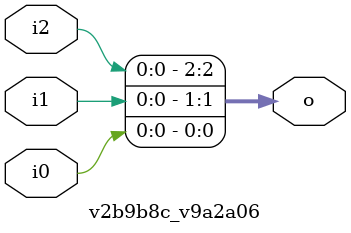
<source format=v>


`default_nettype none

//---- Top entity
module main #(
 parameter v98ea37 = 480000,
 parameter v4b43d0 = 2,
 parameter v315560 = 15,
 parameter v0f02ae = -1
) (
 input vclk,
 output [2:0] v47d93c
);
 localparam p1 = v98ea37;
 localparam p5 = v0f02ae;
 localparam p8 = v315560;
 localparam p17 = v4b43d0;
 wire w0;
 wire [0:2] w2;
 wire [0:7] w3;
 wire [0:7] w4;
 wire [0:7] w6;
 wire w7;
 wire [0:7] w9;
 wire [0:7] w10;
 wire [0:7] w11;
 wire w12;
 wire w13;
 wire w14;
 wire w15;
 wire w16;
 wire w18;
 wire w19;
 wire w20;
 wire w21;
 wire [0:7] w22;
 wire [0:2] w23;
 wire [0:2] w24;
 wire w25;
 wire w26;
 wire w27;
 wire w28;
 wire w29;
 wire w30;
 wire w31;
 wire [0:7] w32;
 wire w33;
 wire w34;
 wire [0:7] w35;
 wire [0:7] w36;
 wire w37;
 wire w38;
 wire w39;
 wire w40;
 wire w41;
 wire w42;
 wire [0:7] w43;
 wire [0:7] w44;
 wire [0:7] w45;
 wire [0:7] w46;
 assign v47d93c = w24;
 assign w25 = vclk;
 assign w26 = vclk;
 assign w27 = vclk;
 assign w28 = vclk;
 assign w29 = vclk;
 assign w30 = vclk;
 assign w31 = vclk;
 assign w21 = w20;
 assign w26 = w25;
 assign w27 = w25;
 assign w27 = w26;
 assign w28 = w25;
 assign w28 = w26;
 assign w28 = w27;
 assign w29 = w25;
 assign w29 = w26;
 assign w29 = w27;
 assign w29 = w28;
 assign w30 = w25;
 assign w30 = w26;
 assign w30 = w27;
 assign w30 = w28;
 assign w30 = w29;
 assign w31 = w25;
 assign w31 = w26;
 assign w31 = w27;
 assign w31 = w28;
 assign w31 = w29;
 assign w31 = w30;
 assign w34 = w33;
 assign w35 = w3;
 assign w36 = w3;
 assign w36 = w35;
 assign w37 = w15;
 assign w39 = w38;
 assign w40 = w38;
 assign w40 = w39;
 assign w41 = w38;
 assign w41 = w39;
 assign w41 = w40;
 assign w44 = w4;
 assign w45 = w4;
 assign w45 = w44;
 v75c864 v645c43 (
  .v5a2634(w0),
  .v1336f1(w2),
  .va8064a(w22)
 );
 vfebcfe vd146ce (
  .v9fb85f(w0)
 );
 vbce541 #(
  .va04f5d(p1)
 ) v47bd3e (
  .v4642b6(w14),
  .v6dda25(w25)
 );
 v857d2e v449769 (
  .v19a59f(w3),
  .v6dda25(w26),
  .vccca56(w34),
  .vec26ff(w46)
 );
 v9c1f69 v71f96f (
  .v1045ee(w2),
  .vcc8c7c(w35)
 );
 vcb23aa ve224a5 (
  .veb2f59(w3),
  .v39966a(w45),
  .v62bf25(w46)
 );
 v89d234 v55be45 (
  .vb1c024(w4),
  .v39f831(w6),
  .vf892a0(w7),
  .v41eb95(w27)
 );
 vcb23aa vec74fb (
  .veb2f59(w4),
  .v39966a(w32),
  .v62bf25(w43)
 );
 vffc517 #(
  .vc5c8ea(p5)
 ) v30a629 (
  .va0aeac(w10)
 );
 v1bbb5b v64a91b (
  .v9d2a6a(w6),
  .v2a1cbe(w9),
  .v2d3366(w40),
  .v9d7ae8(w43)
 );
 v873425 v8ee855 (
  .vcbab45(w7),
  .v0e28cb(w33),
  .v3ca442(w41)
 );
 vffc517 #(
  .vc5c8ea(p8)
 ) v76838a (
  .va0aeac(w9)
 );
 v89d234 v7825c7 (
  .v39f831(w10),
  .v41eb95(w28),
  .vb1c024(w32),
  .vf892a0(w38)
 );
 v78be07 va08ca8 (
  .v2ce16c(w13),
  .vcc8c7c(w44)
 );
 vb2762a vecb412 (
  .v715730(w11),
  .v4642b6(w12),
  .vf191e6(w36)
 );
 vba518e vc58236 (
  .v0e28cb(w12),
  .v3ca442(w13),
  .vcbab45(w42)
 );
 vba518e v50132d (
  .v0e28cb(w14),
  .vcbab45(w33),
  .v3ca442(w37)
 );
 v4c1570 vf52c7c (
  .v4642b6(w15),
  .v6dda25(w29),
  .v27dec4(w39),
  .v92a149(w42)
 );
 v3676a0 v91794b (
  .v0e28cb(w15),
  .vcbab45(w16)
 );
 vba518e v496601 (
  .v0e28cb(w16),
  .v3ca442(w21),
  .vcbab45(w38)
 );
 vda0861 vf481a4 (
  .vffb58f(w11)
 );
 v876875 v59e5e1 (
  .v4642b6(w19),
  .vd6bebe(w30)
 );
 v56885a #(
  .v187a47(p17)
 ) v9413db (
  .v6e1dd1(w18),
  .va9e2af(w20),
  .v5688a8(w31)
 );
 v873425 vd0afc2 (
  .vcbab45(w18),
  .v0e28cb(w19),
  .v3ca442(w20)
 );
 vd63ed7 v02d4e1 (
  .vcc8c7c(w22),
  .v1045ee(w23)
 );
 v1b8919 v5c5c34 (
  .v23a690(w23),
  .v9c69dc(w24)
 );
endmodule

//---- Top entity
module v75c864 (
 input v5a2634,
 input [2:0] v1336f1,
 output [7:0] va8064a
);
 wire w0;
 wire [0:7] w1;
 wire [0:2] w2;
 assign w0 = v5a2634;
 assign va8064a = w1;
 assign w2 = v1336f1;
 v75c864_v45bd49 v45bd49 (
  .i(w0),
  .o(w1),
  .sel(w2)
 );
endmodule

//---------------------------------------------------
//-- Demux-3-8
//-- - - - - - - - - - - - - - - - - - - - - - - - --
//-- Demultiplexor de 1 bit, de 3 a 8 (salida de bus)
//---------------------------------------------------

module v75c864_v45bd49 (
 input i,
 input [2:0] sel,
 output [7:0] o
);
 assign o = i << sel;
 
endmodule
//---- Top entity
module vfebcfe (
 output v9fb85f
);
 wire w0;
 assign v9fb85f = w0;
 vfebcfe_vb2eccd vb2eccd (
  .q(w0)
 );
endmodule

//---------------------------------------------------
//-- bit-1
//-- - - - - - - - - - - - - - - - - - - - - - - - --
//-- Constant bit 1
//---------------------------------------------------

module vfebcfe_vb2eccd (
 output q
);
 //-- Constant bit-1
 assign q = 1'b1;
 
 
endmodule
//---- Top entity
module vbce541 #(
 parameter va04f5d = 16777216
) (
 input v6dda25,
 output v4642b6
);
 localparam p1 = va04f5d;
 wire w0;
 wire [0:23] w2;
 wire [0:23] w3;
 wire w4;
 wire w5;
 assign v4642b6 = w0;
 assign w5 = v6dda25;
 assign w4 = w0;
 vef98b5 #(
  .vc5c8ea(p1)
 ) v4016e8 (
  .ve70c2d(w3)
 );
 vd84ae0 v45b714 (
  .v4642b6(w0),
  .va89056(w2),
  .v06bdfb(w3)
 );
 v97d607 v2299cf (
  .v9e1c43(w2),
  .ve556f1(w4),
  .v6dda25(w5)
 );
endmodule

//---------------------------------------------------
//-- sysclk_divN_24
//-- - - - - - - - - - - - - - - - - - - - - - - - --
//-- sysclk_divN_24bits: Generate a signal from the division of the system clock by N. (24-bits precision) (N = 2,3,4,..,0x1000000))
//---------------------------------------------------
//---- Top entity
module vef98b5 #(
 parameter vc5c8ea = 1
) (
 output [23:0] ve70c2d
);
 localparam p0 = vc5c8ea;
 wire [0:23] w1;
 assign ve70c2d = w1;
 vef98b5_v465065 #(
  .VALUE(p0)
 ) v465065 (
  .k(w1)
 );
endmodule

//---------------------------------------------------
//-- 24-bits-k-1
//-- - - - - - - - - - - - - - - - - - - - - - - - --
//-- Generic: 24-bits k-1 constant (Input values: 1,2,...,h1000000). It returns the value input by the user minus 1. Outputs: 0,1,2,...,FFFFFF
//---------------------------------------------------

module vef98b5_v465065 #(
 parameter VALUE = 0
) (
 output [23:0] k
);
 assign k = VALUE-1;
endmodule
//---- Top entity
module vd84ae0 (
 input [23:0] v06bdfb,
 input [23:0] va89056,
 output v4642b6
);
 wire w0;
 wire w1;
 wire w2;
 wire w3;
 wire [0:23] w4;
 wire [0:23] w5;
 wire [0:7] w6;
 wire [0:7] w7;
 wire [0:7] w8;
 wire [0:7] w9;
 wire [0:7] w10;
 wire [0:7] w11;
 assign v4642b6 = w0;
 assign w4 = v06bdfb;
 assign w5 = va89056;
 vb2762a vb6832a (
  .v4642b6(w1),
  .v715730(w8),
  .vf191e6(w11)
 );
 vb2762a v302658 (
  .v4642b6(w2),
  .v715730(w7),
  .vf191e6(w10)
 );
 vae245c v9196c7 (
  .vcbab45(w0),
  .v3ca442(w1),
  .v0e28cb(w2),
  .v033bf6(w3)
 );
 v6fef69 vb1e577 (
  .v9804b7(w5),
  .vd83cb2(w9),
  .v243fb2(w10),
  .va2a3a1(w11)
 );
 v6fef69 v62b64f (
  .v9804b7(w4),
  .vd83cb2(w6),
  .v243fb2(w7),
  .va2a3a1(w8)
 );
 vb2762a v9a65c6 (
  .v4642b6(w3),
  .v715730(w6),
  .vf191e6(w9)
 );
endmodule

//---------------------------------------------------
//-- comp2-24bits
//-- - - - - - - - - - - - - - - - - - - - - - - - --
//-- Comp2-24bit: Comparator of two 24-bit numbers
//---------------------------------------------------
//---- Top entity
module vb2762a (
 input [7:0] v715730,
 input [7:0] vf191e6,
 output v4642b6
);
 wire w0;
 wire w1;
 wire w2;
 wire [0:7] w3;
 wire [0:7] w4;
 wire [0:3] w5;
 wire [0:3] w6;
 wire [0:3] w7;
 wire [0:3] w8;
 assign v4642b6 = w0;
 assign w3 = v715730;
 assign w4 = vf191e6;
 v438230 v577a36 (
  .v4642b6(w2),
  .v693354(w6),
  .v5369cd(w8)
 );
 vba518e v707c6e (
  .vcbab45(w0),
  .v0e28cb(w1),
  .v3ca442(w2)
 );
 v6bdcd9 v921a9f (
  .vcc8c7c(w4),
  .v651522(w7),
  .v2cc41f(w8)
 );
 v6bdcd9 v8cfa4d (
  .vcc8c7c(w3),
  .v651522(w5),
  .v2cc41f(w6)
 );
 v438230 vfc1765 (
  .v4642b6(w1),
  .v693354(w5),
  .v5369cd(w7)
 );
endmodule

//---------------------------------------------------
//-- comp2-8bits
//-- - - - - - - - - - - - - - - - - - - - - - - - --
//-- Comp2-8bit: Comparator of two 8-bit numbers
//---------------------------------------------------
//---- Top entity
module v438230 (
 input [3:0] v693354,
 input [3:0] v5369cd,
 output v4642b6
);
 wire w0;
 wire [0:3] w1;
 wire [0:3] w2;
 wire w3;
 wire w4;
 wire w5;
 wire w6;
 wire w7;
 wire w8;
 wire w9;
 wire w10;
 wire w11;
 wire w12;
 wire w13;
 wire w14;
 assign v4642b6 = w0;
 assign w1 = v693354;
 assign w2 = v5369cd;
 v23b15b v09a5a5 (
  .v4642b6(w3),
  .v27dec4(w12),
  .v6848e9(w14)
 );
 v23b15b vc1b29d (
  .v4642b6(w4),
  .v27dec4(w11),
  .v6848e9(w13)
 );
 v23b15b vcd27ce (
  .v4642b6(w5),
  .v27dec4(w9),
  .v6848e9(w10)
 );
 vc4f23a vea9c80 (
  .v985fcb(w1),
  .v4f1fd3(w7),
  .vda577d(w9),
  .v3f8943(w11),
  .v64d863(w12)
 );
 vc4f23a va7dcdc (
  .v985fcb(w2),
  .v4f1fd3(w8),
  .vda577d(w10),
  .v3f8943(w13),
  .v64d863(w14)
 );
 v23b15b va0849c (
  .v4642b6(w6),
  .v27dec4(w7),
  .v6848e9(w8)
 );
 veffd42 v6e3e65 (
  .vcbab45(w0),
  .v3ca442(w3),
  .v0e28cb(w4),
  .v033bf6(w5),
  .v9eb652(w6)
 );
endmodule

//---------------------------------------------------
//-- comp2-4bits
//-- - - - - - - - - - - - - - - - - - - - - - - - --
//-- Comp2-4bit: Comparator of two 4-bit numbers
//---------------------------------------------------
//---- Top entity
module v23b15b (
 input v27dec4,
 input v6848e9,
 output v4642b6
);
 wire w0;
 wire w1;
 wire w2;
 wire w3;
 assign w1 = v27dec4;
 assign v4642b6 = w2;
 assign w3 = v6848e9;
 vd12401 v955b2b (
  .vcbab45(w0),
  .v0e28cb(w1),
  .v3ca442(w3)
 );
 v3676a0 vf92936 (
  .v0e28cb(w0),
  .vcbab45(w2)
 );
endmodule

//---------------------------------------------------
//-- comp2-1bit
//-- - - - - - - - - - - - - - - - - - - - - - - - --
//-- Comp2-1bit: Comparator of two 1-bit numbers
//---------------------------------------------------
//---- Top entity
module vd12401 (
 input v0e28cb,
 input v3ca442,
 output vcbab45
);
 wire w0;
 wire w1;
 wire w2;
 assign w0 = v0e28cb;
 assign w1 = v3ca442;
 assign vcbab45 = w2;
 vd12401_vf4938a vf4938a (
  .a(w0),
  .b(w1),
  .c(w2)
 );
endmodule

//---------------------------------------------------
//-- XOR2
//-- - - - - - - - - - - - - - - - - - - - - - - - --
//-- XOR gate: two bits input xor gate
//---------------------------------------------------

module vd12401_vf4938a (
 input a,
 input b,
 output c
);
 //-- XOR gate
 //-- Verilog implementation
 
 assign c = a ^ b;
 
endmodule
//---- Top entity
module v3676a0 (
 input v0e28cb,
 output vcbab45
);
 wire w0;
 wire w1;
 assign w0 = v0e28cb;
 assign vcbab45 = w1;
 v3676a0_vd54ca1 vd54ca1 (
  .a(w0),
  .q(w1)
 );
endmodule

//---------------------------------------------------
//-- NOT
//-- - - - - - - - - - - - - - - - - - - - - - - - --
//-- NOT gate (Verilog implementation)
//---------------------------------------------------

module v3676a0_vd54ca1 (
 input a,
 output q
);
 //-- NOT Gate
 assign q = ~a;
 
 
endmodule
//---- Top entity
module vc4f23a (
 input [3:0] v985fcb,
 output v4f1fd3,
 output vda577d,
 output v3f8943,
 output v64d863
);
 wire w0;
 wire w1;
 wire w2;
 wire w3;
 wire [0:3] w4;
 assign v3f8943 = w0;
 assign v64d863 = w1;
 assign vda577d = w2;
 assign v4f1fd3 = w3;
 assign w4 = v985fcb;
 vc4f23a_v9a2a06 v9a2a06 (
  .o1(w0),
  .o0(w1),
  .o2(w2),
  .o3(w3),
  .i(w4)
 );
endmodule

//---------------------------------------------------
//-- Bus4-Split-all
//-- - - - - - - - - - - - - - - - - - - - - - - - --
//-- Bus4-Split-all: Split the 4-bits bus into its wires
//---------------------------------------------------

module vc4f23a_v9a2a06 (
 input [3:0] i,
 output o3,
 output o2,
 output o1,
 output o0
);
 assign o3 = i[3];
 assign o2 = i[2];
 assign o1 = i[1];
 assign o0 = i[0];
endmodule
//---- Top entity
module veffd42 (
 input v9eb652,
 input v033bf6,
 input v0e28cb,
 input v3ca442,
 output vcbab45
);
 wire w0;
 wire w1;
 wire w2;
 wire w3;
 wire w4;
 wire w5;
 wire w6;
 assign w0 = v3ca442;
 assign w1 = v9eb652;
 assign w2 = v033bf6;
 assign w3 = v0e28cb;
 assign vcbab45 = w4;
 vba518e vf3ef0f (
  .v3ca442(w0),
  .v0e28cb(w3),
  .vcbab45(w6)
 );
 vba518e vdcc53d (
  .v0e28cb(w1),
  .v3ca442(w2),
  .vcbab45(w5)
 );
 vba518e v17ac22 (
  .vcbab45(w4),
  .v0e28cb(w5),
  .v3ca442(w6)
 );
endmodule

//---------------------------------------------------
//-- AND4
//-- - - - - - - - - - - - - - - - - - - - - - - - --
//-- Three bits input And gate
//---------------------------------------------------
//---- Top entity
module vba518e (
 input v0e28cb,
 input v3ca442,
 output vcbab45
);
 wire w0;
 wire w1;
 wire w2;
 assign w0 = v0e28cb;
 assign w1 = v3ca442;
 assign vcbab45 = w2;
 vba518e_vf4938a vf4938a (
  .a(w0),
  .b(w1),
  .c(w2)
 );
endmodule

//---------------------------------------------------
//-- AND2
//-- - - - - - - - - - - - - - - - - - - - - - - - --
//-- Two bits input And gate
//---------------------------------------------------

module vba518e_vf4938a (
 input a,
 input b,
 output c
);
 //-- AND gate
 //-- Verilog implementation
 
 assign c = a & b;
 
endmodule
//---- Top entity
module v6bdcd9 (
 input [7:0] vcc8c7c,
 output [3:0] v651522,
 output [3:0] v2cc41f
);
 wire [0:3] w0;
 wire [0:3] w1;
 wire [0:7] w2;
 assign v651522 = w0;
 assign v2cc41f = w1;
 assign w2 = vcc8c7c;
 v6bdcd9_v9a2a06 v9a2a06 (
  .o1(w0),
  .o0(w1),
  .i(w2)
 );
endmodule

//---------------------------------------------------
//-- Bus8-Split-half
//-- - - - - - - - - - - - - - - - - - - - - - - - --
//-- Bus8-Split-half: Split the 8-bits bus into two buses of the same size
//---------------------------------------------------

module v6bdcd9_v9a2a06 (
 input [7:0] i,
 output [3:0] o1,
 output [3:0] o0
);
 assign o1 = i[7:4];
 assign o0 = i[3:0];
endmodule
//---- Top entity
module vae245c (
 input v033bf6,
 input v0e28cb,
 input v3ca442,
 output vcbab45
);
 wire w0;
 wire w1;
 wire w2;
 wire w3;
 wire w4;
 assign w0 = v033bf6;
 assign w1 = v0e28cb;
 assign w2 = v3ca442;
 assign vcbab45 = w4;
 vba518e v19b5b0 (
  .v0e28cb(w0),
  .v3ca442(w1),
  .vcbab45(w3)
 );
 vba518e vf3ef0f (
  .v3ca442(w2),
  .v0e28cb(w3),
  .vcbab45(w4)
 );
endmodule

//---------------------------------------------------
//-- AND3
//-- - - - - - - - - - - - - - - - - - - - - - - - --
//-- Three bits input And gate
//---------------------------------------------------
//---- Top entity
module v6fef69 (
 input [23:0] v9804b7,
 output [7:0] vd83cb2,
 output [7:0] v243fb2,
 output [7:0] va2a3a1
);
 wire [0:7] w0;
 wire [0:7] w1;
 wire [0:7] w2;
 wire [0:23] w3;
 assign v243fb2 = w0;
 assign vd83cb2 = w1;
 assign va2a3a1 = w2;
 assign w3 = v9804b7;
 v6fef69_v9a2a06 v9a2a06 (
  .o1(w0),
  .o2(w1),
  .o0(w2),
  .i(w3)
 );
endmodule

//---------------------------------------------------
//-- Bus24-Split-one-third
//-- - - - - - - - - - - - - - - - - - - - - - - - --
//-- Bus24-Split-one-third: Split the 24-bits bus into three buses of  the same size
//---------------------------------------------------

module v6fef69_v9a2a06 (
 input [23:0] i,
 output [7:0] o2,
 output [7:0] o1,
 output [7:0] o0
);
 assign o2 = i[23:16];
 assign o1 = i[15:8];
 assign o0 = i[7:0];
endmodule
//---- Top entity
module v97d607 (
 input v6dda25,
 input ve556f1,
 output [23:0] v9e1c43,
 output ve37344
);
 wire w0;
 wire [0:23] w1;
 wire [0:23] w2;
 wire w3;
 wire [0:23] w4;
 wire w5;
 assign w0 = ve556f1;
 assign w3 = v6dda25;
 assign v9e1c43 = w4;
 assign ve37344 = w5;
 assign w4 = w1;
 v5495b5 v5e4c9c (
  .v782748(w0),
  .vb02eea(w1),
  .v15c6e6(w2),
  .v6dda25(w3)
 );
 v9c4559 v62e821 (
  .v005b83(w1),
  .v53d485(w2),
  .v4642b6(w5)
 );
endmodule

//---------------------------------------------------
//-- syscounter-rst-24bits
//-- - - - - - - - - - - - - - - - - - - - - - - - --
//-- 24-bits Syscounter with reset
//---------------------------------------------------
//---- Top entity
module v5495b5 (
 input v6dda25,
 input v782748,
 input [23:0] v15c6e6,
 output [23:0] vb02eea
);
 wire [0:23] w0;
 wire [0:23] w1;
 wire [0:7] w2;
 wire [0:7] w3;
 wire [0:7] w4;
 wire [0:7] w5;
 wire [0:7] w6;
 wire [0:7] w7;
 wire w8;
 wire w9;
 wire w10;
 wire w11;
 wire w12;
 wire w13;
 assign vb02eea = w0;
 assign w1 = v15c6e6;
 assign w8 = v6dda25;
 assign w9 = v6dda25;
 assign w10 = v6dda25;
 assign w11 = v782748;
 assign w12 = v782748;
 assign w13 = v782748;
 assign w9 = w8;
 assign w10 = w8;
 assign w10 = w9;
 assign w12 = w11;
 assign w13 = w11;
 assign w13 = w12;
 v6fef69 vad6f1d (
  .v9804b7(w1),
  .va2a3a1(w5),
  .v243fb2(w6),
  .vd83cb2(w7)
 );
 v33e50d vba7365 (
  .v6d326e(w0),
  .v77c6e9(w2),
  .vf7d213(w3),
  .vba04ee(w4)
 );
 vcf4344 v13ddeb (
  .vc1f0d2(w2),
  .vd85d4e(w5),
  .v6dda25(w10),
  .v782748(w13)
 );
 vcf4344 v08e1bd (
  .vc1f0d2(w3),
  .vd85d4e(w6),
  .v6dda25(w9),
  .v782748(w12)
 );
 vcf4344 v5c3b0f (
  .vc1f0d2(w4),
  .vd85d4e(w7),
  .v6dda25(w8),
  .v782748(w11)
 );
endmodule

//---------------------------------------------------
//-- DFF-rst-x24
//-- - - - - - - - - - - - - - - - - - - - - - - - --
//-- DFF-rst-x24: 24 D flip-flops in paralell with reset
//---------------------------------------------------
//---- Top entity
module v33e50d (
 input [7:0] vba04ee,
 input [7:0] vf7d213,
 input [7:0] v77c6e9,
 output [23:0] v6d326e
);
 wire [0:23] w0;
 wire [0:7] w1;
 wire [0:7] w2;
 wire [0:7] w3;
 assign v6d326e = w0;
 assign w1 = vf7d213;
 assign w2 = v77c6e9;
 assign w3 = vba04ee;
 v33e50d_v9a2a06 v9a2a06 (
  .o(w0),
  .i1(w1),
  .i0(w2),
  .i2(w3)
 );
endmodule

//---------------------------------------------------
//-- Bus24-Join-one-third
//-- - - - - - - - - - - - - - - - - - - - - - - - --
//-- Bus24-Join-one-third: Join the three buses into an 24-bits Bus
//---------------------------------------------------

module v33e50d_v9a2a06 (
 input [7:0] i2,
 input [7:0] i1,
 input [7:0] i0,
 output [23:0] o
);
 assign o = {i2, i1, i0};
 
endmodule
//---- Top entity
module vcf4344 (
 input v6dda25,
 input v782748,
 input [7:0] vd85d4e,
 output [7:0] vc1f0d2
);
 wire [0:3] w0;
 wire [0:3] w1;
 wire [0:7] w2;
 wire [0:7] w3;
 wire [0:3] w4;
 wire [0:3] w5;
 wire w6;
 wire w7;
 wire w8;
 wire w9;
 assign w2 = vd85d4e;
 assign vc1f0d2 = w3;
 assign w6 = v6dda25;
 assign w7 = v6dda25;
 assign w8 = v782748;
 assign w9 = v782748;
 assign w7 = w6;
 assign w9 = w8;
 v5c75f6 vbdef88 (
  .v50034e(w0),
  .v4de61b(w1),
  .v6dda25(w7),
  .v782748(w9)
 );
 v6bdcd9 vc95779 (
  .v2cc41f(w1),
  .vcc8c7c(w2),
  .v651522(w4)
 );
 vafb28f v618315 (
  .v3c88fc(w0),
  .va9ac17(w3),
  .v515fe7(w5)
 );
 v5c75f6 v6188f9 (
  .v4de61b(w4),
  .v50034e(w5),
  .v6dda25(w6),
  .v782748(w8)
 );
endmodule

//---------------------------------------------------
//-- DFF-rst-x08
//-- - - - - - - - - - - - - - - - - - - - - - - - --
//-- DFF-rst-x08: Eight D flip-flops in paralell with reset
//---------------------------------------------------
//---- Top entity
module v5c75f6 (
 input v6dda25,
 input v782748,
 input [3:0] v4de61b,
 output [3:0] v50034e
);
 wire w0;
 wire w1;
 wire w2;
 wire w3;
 wire w4;
 wire w5;
 wire [0:3] w6;
 wire [0:3] w7;
 wire w8;
 wire w9;
 wire w10;
 wire w11;
 wire w12;
 wire w13;
 wire w14;
 wire w15;
 wire w16;
 wire w17;
 assign w6 = v4de61b;
 assign v50034e = w7;
 assign w10 = v6dda25;
 assign w11 = v6dda25;
 assign w12 = v6dda25;
 assign w13 = v6dda25;
 assign w14 = v782748;
 assign w15 = v782748;
 assign w16 = v782748;
 assign w17 = v782748;
 assign w11 = w10;
 assign w12 = w10;
 assign w12 = w11;
 assign w13 = w10;
 assign w13 = w11;
 assign w13 = w12;
 assign w15 = w14;
 assign w16 = w14;
 assign w16 = w15;
 assign w17 = w14;
 assign w17 = w15;
 assign w17 = w16;
 vc4f23a v4b1225 (
  .v3f8943(w2),
  .v64d863(w3),
  .vda577d(w4),
  .v985fcb(w6),
  .v4f1fd3(w8)
 );
 v84f0a1 v6491fd (
  .v03aaf0(w0),
  .vee8a83(w1),
  .vf8041d(w5),
  .v11bca5(w7),
  .vd84a57(w9)
 );
 v2be0f8 v10a04f (
  .v4642b6(w0),
  .vf354ee(w3),
  .vd53b77(w13),
  .v27dec4(w17)
 );
 v2be0f8 v7d9648 (
  .v4642b6(w1),
  .vf354ee(w2),
  .vd53b77(w12),
  .v27dec4(w16)
 );
 v2be0f8 v004b14 (
  .vf354ee(w4),
  .v4642b6(w5),
  .vd53b77(w11),
  .v27dec4(w15)
 );
 v2be0f8 v8aa818 (
  .vf354ee(w8),
  .v4642b6(w9),
  .vd53b77(w10),
  .v27dec4(w14)
 );
endmodule

//---------------------------------------------------
//-- DFF-rst-x04
//-- - - - - - - - - - - - - - - - - - - - - - - - --
//-- DFF-rst-x04: Three D flip-flops in paralell with reset
//---------------------------------------------------
//---- Top entity
module v84f0a1 (
 input vd84a57,
 input vf8041d,
 input vee8a83,
 input v03aaf0,
 output [3:0] v11bca5
);
 wire w0;
 wire w1;
 wire w2;
 wire w3;
 wire [0:3] w4;
 assign w0 = vee8a83;
 assign w1 = v03aaf0;
 assign w2 = vf8041d;
 assign w3 = vd84a57;
 assign v11bca5 = w4;
 v84f0a1_v9a2a06 v9a2a06 (
  .i1(w0),
  .i0(w1),
  .i2(w2),
  .i3(w3),
  .o(w4)
 );
endmodule

//---------------------------------------------------
//-- Bus4-Join-all
//-- - - - - - - - - - - - - - - - - - - - - - - - --
//-- Bus4-Join-all: Join all the wires into a 4-bits Bus
//---------------------------------------------------

module v84f0a1_v9a2a06 (
 input i3,
 input i2,
 input i1,
 input i0,
 output [3:0] o
);
 assign o = {i3, i2, i1, i0};
 
endmodule
//---- Top entity
module v2be0f8 #(
 parameter vbd3217 = 0
) (
 input vd53b77,
 input v27dec4,
 input vf354ee,
 output v4642b6
);
 localparam p5 = vbd3217;
 wire w0;
 wire w1;
 wire w2;
 wire w3;
 wire w4;
 wire w6;
 assign w2 = v27dec4;
 assign w3 = vf354ee;
 assign v4642b6 = w4;
 assign w6 = vd53b77;
 v3676a0 v7539bf (
  .vcbab45(w1),
  .v0e28cb(w2)
 );
 vba518e vfe8158 (
  .vcbab45(w0),
  .v0e28cb(w1),
  .v3ca442(w3)
 );
 v053dc2 #(
  .v71e305(p5)
 ) vd104a4 (
  .vf54559(w0),
  .ve8318d(w4),
  .va4102a(w6)
 );
endmodule

//---------------------------------------------------
//-- DFF-rst-x01
//-- - - - - - - - - - - - - - - - - - - - - - - - --
//-- DFF-rst-x01: D Flip flop with reset input. When rst=1, the DFF is 0
//---------------------------------------------------
//---- Top entity
module v053dc2 #(
 parameter v71e305 = 0
) (
 input va4102a,
 input vf54559,
 output ve8318d
);
 localparam p2 = v71e305;
 wire w0;
 wire w1;
 wire w3;
 assign w0 = va4102a;
 assign ve8318d = w1;
 assign w3 = vf54559;
 v053dc2_vb8adf8 #(
  .INI(p2)
 ) vb8adf8 (
  .clk(w0),
  .q(w1),
  .d(w3)
 );
endmodule

//---------------------------------------------------
//-- DFF
//-- - - - - - - - - - - - - - - - - - - - - - - - --
//-- D Flip-flop (verilog implementation)
//---------------------------------------------------

module v053dc2_vb8adf8 #(
 parameter INI = 0
) (
 input clk,
 input d,
 output q
);
 //-- Initial value
 reg q = INI;
 
 //-- Capture the input data  
 //-- on the rising edge of  
 //-- the system clock
 always @(posedge clk)
   q <= d;
endmodule
//---- Top entity
module vafb28f (
 input [3:0] v515fe7,
 input [3:0] v3c88fc,
 output [7:0] va9ac17
);
 wire [0:7] w0;
 wire [0:3] w1;
 wire [0:3] w2;
 assign va9ac17 = w0;
 assign w1 = v515fe7;
 assign w2 = v3c88fc;
 vafb28f_v9a2a06 v9a2a06 (
  .o(w0),
  .i1(w1),
  .i0(w2)
 );
endmodule

//---------------------------------------------------
//-- Bus8-Join-half
//-- - - - - - - - - - - - - - - - - - - - - - - - --
//-- Bus8-Join-half: Join the two same halves into an 8-bits Bus
//---------------------------------------------------

module vafb28f_v9a2a06 (
 input [3:0] i1,
 input [3:0] i0,
 output [7:0] o
);
 assign o = {i1, i0};
 
endmodule
//---- Top entity
module v9c4559 #(
 parameter v6c5139 = 1
) (
 input [23:0] v005b83,
 output v4642b6,
 output [23:0] v53d485
);
 localparam p1 = v6c5139;
 wire w0;
 wire [0:23] w2;
 wire [0:23] w3;
 assign v4642b6 = w0;
 assign w2 = v005b83;
 assign v53d485 = w3;
 v44c099 #(
  .vd73390(p1)
 ) v8c0045 (
  .v4642b6(w0),
  .vd90f46(w2),
  .v8826c0(w3)
 );
endmodule

//---------------------------------------------------
//-- Inc1-24bits
//-- - - - - - - - - - - - - - - - - - - - - - - - --
//-- Inc1-24bit: Increment a 24-bits number by one
//---------------------------------------------------
//---- Top entity
module v44c099 #(
 parameter vd73390 = 0
) (
 input [23:0] vd90f46,
 output v4642b6,
 output [23:0] v8826c0
);
 localparam p1 = vd73390;
 wire w0;
 wire [0:23] w2;
 wire [0:23] w3;
 wire [0:23] w4;
 assign v4642b6 = w0;
 assign v8826c0 = w2;
 assign w3 = vd90f46;
 v4c802f #(
  .vc5c8ea(p1)
 ) ve78914 (
  .v8513f7(w4)
 );
 v91404d v19ed8b (
  .v4642b6(w0),
  .vb5c06c(w2),
  .v7959e8(w3),
  .vb5a2f2(w4)
 );
endmodule

//---------------------------------------------------
//-- AdderK-24bits
//-- - - - - - - - - - - - - - - - - - - - - - - - --
//-- AdderK-24bit: Adder of 24-bit operand and 24-bit constant
//---------------------------------------------------
//---- Top entity
module v4c802f #(
 parameter vc5c8ea = 0
) (
 output [23:0] v8513f7
);
 localparam p0 = vc5c8ea;
 wire [0:23] w1;
 assign v8513f7 = w1;
 v4c802f_v465065 #(
  .VALUE(p0)
 ) v465065 (
  .k(w1)
 );
endmodule

//---------------------------------------------------
//-- 24-bits-gen-constant
//-- - - - - - - - - - - - - - - - - - - - - - - - --
//-- Generic: 24-bits generic constant
//---------------------------------------------------

module v4c802f_v465065 #(
 parameter VALUE = 0
) (
 output [23:0] k
);
 assign k = VALUE;
endmodule
//---- Top entity
module v91404d (
 input [23:0] vb5a2f2,
 input [23:0] v7959e8,
 output v4642b6,
 output [23:0] vb5c06c
);
 wire w0;
 wire [0:7] w1;
 wire [0:7] w2;
 wire w3;
 wire w4;
 wire [0:15] w5;
 wire [0:23] w6;
 wire [0:15] w7;
 wire [0:23] w8;
 wire [0:15] w9;
 wire [0:7] w10;
 wire [0:23] w11;
 wire [0:7] w12;
 wire [0:7] w13;
 wire [0:7] w14;
 wire [0:7] w15;
 wire [0:7] w16;
 wire [0:7] w17;
 assign v4642b6 = w4;
 assign w6 = v7959e8;
 assign w8 = vb5a2f2;
 assign vb5c06c = w11;
 vcb23aa v8e0bba (
  .v4642b6(w0),
  .v62bf25(w2),
  .v39966a(w16),
  .veb2f59(w17)
 );
 vc3c498 v917bbf (
  .vb9cfc3(w0),
  .veeaa8e(w1),
  .v4642b6(w3),
  .v45c6ee(w14),
  .v20212e(w15)
 );
 v8cc49c v03c3e3 (
  .vb334ae(w1),
  .v2b8a97(w2),
  .v14a530(w5)
 );
 vab13f0 v43653c (
  .vb18564(w6),
  .vf0a06e(w7),
  .v5246f6(w17)
 );
 v306ca3 v177126 (
  .v91b9c1(w7),
  .vef5eee(w13),
  .vd3ef3b(w15)
 );
 vab13f0 vf15711 (
  .vb18564(w8),
  .vf0a06e(w9),
  .v5246f6(w16)
 );
 v306ca3 vf9ed57 (
  .v91b9c1(w9),
  .vef5eee(w12),
  .vd3ef3b(w14)
 );
 vc3c498 vf0db78 (
  .vb9cfc3(w3),
  .v4642b6(w4),
  .veeaa8e(w10),
  .v45c6ee(w12),
  .v20212e(w13)
 );
 va52e3b v67022b (
  .vbf8961(w5),
  .vf7d213(w10),
  .v6d326e(w11)
 );
endmodule

//---------------------------------------------------
//-- Adder-24bits
//-- - - - - - - - - - - - - - - - - - - - - - - - --
//-- Adder-24bits: Adder of two operands of 24 bits
//---------------------------------------------------
//---- Top entity
module vcb23aa (
 input [7:0] v39966a,
 input [7:0] veb2f59,
 output v4642b6,
 output [7:0] v62bf25
);
 wire [0:7] w0;
 wire [0:7] w1;
 wire [0:3] w2;
 wire [0:3] w3;
 wire [0:7] w4;
 wire w5;
 wire w6;
 wire [0:3] w7;
 wire [0:3] w8;
 wire [0:3] w9;
 wire [0:3] w10;
 assign w0 = veb2f59;
 assign w1 = v39966a;
 assign v62bf25 = w4;
 assign v4642b6 = w5;
 v6bdcd9 vd88c66 (
  .vcc8c7c(w0),
  .v651522(w9),
  .v2cc41f(w10)
 );
 v6bdcd9 v26a0bb (
  .vcc8c7c(w1),
  .v651522(w7),
  .v2cc41f(w8)
 );
 v25966b v9ea427 (
  .v817794(w3),
  .v4642b6(w6),
  .v0550b6(w8),
  .v24708e(w10)
 );
 vafb28f vc75346 (
  .v515fe7(w2),
  .v3c88fc(w3),
  .va9ac17(w4)
 );
 va1ce30 v40c17f (
  .v817794(w2),
  .v4642b6(w5),
  .vb9cfc3(w6),
  .v0550b6(w7),
  .v24708e(w9)
 );
endmodule

//---------------------------------------------------
//-- Adder-8bits
//-- - - - - - - - - - - - - - - - - - - - - - - - --
//-- Adder-8bits: Adder of two operands of 8 bits
//---------------------------------------------------
//---- Top entity
module v25966b (
 input [3:0] v0550b6,
 input [3:0] v24708e,
 output v4642b6,
 output [3:0] v817794
);
 wire w0;
 wire w1;
 wire w2;
 wire w3;
 wire w4;
 wire [0:3] w5;
 wire [0:3] w6;
 wire [0:3] w7;
 wire w8;
 wire w9;
 wire w10;
 wire w11;
 wire w12;
 wire w13;
 wire w14;
 wire w15;
 wire w16;
 wire w17;
 wire w18;
 assign w5 = v24708e;
 assign w6 = v0550b6;
 assign v817794 = w7;
 assign v4642b6 = w9;
 v1ea21d vdbe125 (
  .v4642b6(w0),
  .v8e8a67(w2),
  .v27dec4(w15),
  .v82de4f(w18)
 );
 vad119b vb8ad86 (
  .v0ef266(w0),
  .v8e8a67(w1),
  .v4642b6(w3),
  .v27dec4(w14),
  .v82de4f(w17)
 );
 vad119b v5d29b2 (
  .v0ef266(w3),
  .v8e8a67(w4),
  .v4642b6(w8),
  .v27dec4(w12),
  .v82de4f(w16)
 );
 vc4f23a vf4a6ff (
  .v985fcb(w5),
  .v4f1fd3(w13),
  .vda577d(w16),
  .v3f8943(w17),
  .v64d863(w18)
 );
 vc4f23a v9d4632 (
  .v985fcb(w6),
  .v4f1fd3(w11),
  .vda577d(w12),
  .v3f8943(w14),
  .v64d863(w15)
 );
 v84f0a1 v140dbf (
  .vee8a83(w1),
  .v03aaf0(w2),
  .vf8041d(w4),
  .v11bca5(w7),
  .vd84a57(w10)
 );
 vad119b v5c5937 (
  .v0ef266(w8),
  .v4642b6(w9),
  .v8e8a67(w10),
  .v27dec4(w11),
  .v82de4f(w13)
 );
endmodule

//---------------------------------------------------
//-- Adder-4bits
//-- - - - - - - - - - - - - - - - - - - - - - - - --
//-- Adder-4bits: Adder of two operands of 4 bits
//---------------------------------------------------
//---- Top entity
module v1ea21d (
 input v27dec4,
 input v82de4f,
 output v4642b6,
 output v8e8a67
);
 wire w0;
 wire w1;
 wire w2;
 wire w3;
 wire w4;
 assign w0 = v82de4f;
 assign w1 = v27dec4;
 assign v4642b6 = w3;
 assign v8e8a67 = w4;
 vad119b vb820a1 (
  .v82de4f(w0),
  .v27dec4(w1),
  .v0ef266(w2),
  .v4642b6(w3),
  .v8e8a67(w4)
 );
 vd30ca9 v23ebb6 (
  .v9fb85f(w2)
 );
endmodule

//---------------------------------------------------
//-- Adder-1bit
//-- - - - - - - - - - - - - - - - - - - - - - - - --
//-- Adder-1bit: Adder of two operands of 1 bit
//---------------------------------------------------
//---- Top entity
module vad119b (
 input v27dec4,
 input v82de4f,
 input v0ef266,
 output v4642b6,
 output v8e8a67
);
 wire w0;
 wire w1;
 wire w2;
 wire w3;
 wire w4;
 wire w5;
 wire w6;
 wire w7;
 wire w8;
 wire w9;
 wire w10;
 wire w11;
 assign v8e8a67 = w1;
 assign v4642b6 = w5;
 assign w6 = v27dec4;
 assign w7 = v27dec4;
 assign w8 = v82de4f;
 assign w9 = v82de4f;
 assign w10 = v0ef266;
 assign w11 = v0ef266;
 assign w2 = w0;
 assign w7 = w6;
 assign w9 = w8;
 assign w11 = w10;
 vd12401 v2e3d9f (
  .vcbab45(w0),
  .v0e28cb(w7),
  .v3ca442(w9)
 );
 vd12401 vb50462 (
  .v0e28cb(w0),
  .vcbab45(w1),
  .v3ca442(w11)
 );
 vba518e v4882f4 (
  .v3ca442(w2),
  .vcbab45(w3),
  .v0e28cb(w10)
 );
 vba518e v8fcf41 (
  .vcbab45(w4),
  .v0e28cb(w6),
  .v3ca442(w8)
 );
 v873425 vc5b8b9 (
  .v3ca442(w3),
  .v0e28cb(w4),
  .vcbab45(w5)
 );
endmodule

//---------------------------------------------------
//-- AdderC-1bit
//-- - - - - - - - - - - - - - - - - - - - - - - - --
//-- AdderC-1bit: Adder of two operands of 1 bit plus the carry in
//---------------------------------------------------
//---- Top entity
module v873425 (
 input v0e28cb,
 input v3ca442,
 output vcbab45
);
 wire w0;
 wire w1;
 wire w2;
 assign w0 = v0e28cb;
 assign w1 = v3ca442;
 assign vcbab45 = w2;
 v873425_vf4938a vf4938a (
  .a(w0),
  .b(w1),
  .c(w2)
 );
endmodule

//---------------------------------------------------
//-- OR2
//-- - - - - - - - - - - - - - - - - - - - - - - - --
//-- OR2: Two bits input OR gate
//---------------------------------------------------

module v873425_vf4938a (
 input a,
 input b,
 output c
);
 //-- OR Gate
 //-- Verilog implementation
 
 assign c = a | b;
 
 
endmodule
//---- Top entity
module vd30ca9 (
 output v9fb85f
);
 wire w0;
 assign v9fb85f = w0;
 vd30ca9_vb2eccd vb2eccd (
  .q(w0)
 );
endmodule

//---------------------------------------------------
//-- bit-0
//-- - - - - - - - - - - - - - - - - - - - - - - - --
//-- Constant bit 0
//---------------------------------------------------

module vd30ca9_vb2eccd (
 output q
);
 //-- Constant bit-0
 assign q = 1'b0;
 
 
endmodule
//---- Top entity
module va1ce30 (
 input [3:0] v0550b6,
 input [3:0] v24708e,
 input vb9cfc3,
 output v4642b6,
 output [3:0] v817794
);
 wire w0;
 wire w1;
 wire w2;
 wire w3;
 wire w4;
 wire [0:3] w5;
 wire [0:3] w6;
 wire [0:3] w7;
 wire w8;
 wire w9;
 wire w10;
 wire w11;
 wire w12;
 wire w13;
 wire w14;
 wire w15;
 wire w16;
 wire w17;
 wire w18;
 wire w19;
 assign w5 = v24708e;
 assign w6 = v0550b6;
 assign v817794 = w7;
 assign v4642b6 = w9;
 assign w11 = vb9cfc3;
 vad119b vb8ad86 (
  .v0ef266(w0),
  .v8e8a67(w1),
  .v4642b6(w3),
  .v27dec4(w15),
  .v82de4f(w18)
 );
 vad119b v5d29b2 (
  .v0ef266(w3),
  .v8e8a67(w4),
  .v4642b6(w8),
  .v27dec4(w13),
  .v82de4f(w17)
 );
 vc4f23a vf4a6ff (
  .v985fcb(w5),
  .v4f1fd3(w14),
  .vda577d(w17),
  .v3f8943(w18),
  .v64d863(w19)
 );
 vc4f23a v9d4632 (
  .v985fcb(w6),
  .v4f1fd3(w12),
  .vda577d(w13),
  .v3f8943(w15),
  .v64d863(w16)
 );
 v84f0a1 v140dbf (
  .vee8a83(w1),
  .v03aaf0(w2),
  .vf8041d(w4),
  .v11bca5(w7),
  .vd84a57(w10)
 );
 vad119b v5c5937 (
  .v0ef266(w8),
  .v4642b6(w9),
  .v8e8a67(w10),
  .v27dec4(w12),
  .v82de4f(w14)
 );
 vad119b v3599be (
  .v4642b6(w0),
  .v8e8a67(w2),
  .v0ef266(w11),
  .v27dec4(w16),
  .v82de4f(w19)
 );
endmodule

//---------------------------------------------------
//-- AdderC-4bits
//-- - - - - - - - - - - - - - - - - - - - - - - - --
//-- AdderC-4bits: Adder of two operands of 4 bits and Carry in
//---------------------------------------------------
//---- Top entity
module vc3c498 (
 input [7:0] v45c6ee,
 input [7:0] v20212e,
 input vb9cfc3,
 output v4642b6,
 output [7:0] veeaa8e
);
 wire w0;
 wire w1;
 wire [0:7] w2;
 wire [0:7] w3;
 wire [0:7] w4;
 wire [0:3] w5;
 wire [0:3] w6;
 wire w7;
 wire [0:3] w8;
 wire [0:3] w9;
 wire [0:3] w10;
 wire [0:3] w11;
 assign w1 = vb9cfc3;
 assign w2 = v45c6ee;
 assign w3 = v20212e;
 assign veeaa8e = w4;
 assign v4642b6 = w7;
 v6bdcd9 v8d795a (
  .vcc8c7c(w3),
  .v651522(w10),
  .v2cc41f(w11)
 );
 v6bdcd9 v23dbc5 (
  .vcc8c7c(w2),
  .v651522(w8),
  .v2cc41f(w9)
 );
 vafb28f vef3a58 (
  .va9ac17(w4),
  .v3c88fc(w5),
  .v515fe7(w6)
 );
 va1ce30 v0ff71a (
  .v4642b6(w0),
  .vb9cfc3(w1),
  .v817794(w5),
  .v0550b6(w9),
  .v24708e(w11)
 );
 va1ce30 v12f94f (
  .vb9cfc3(w0),
  .v817794(w6),
  .v4642b6(w7),
  .v0550b6(w8),
  .v24708e(w10)
 );
endmodule

//---------------------------------------------------
//-- AdderC-8bits
//-- - - - - - - - - - - - - - - - - - - - - - - - --
//-- AdderC-8bits: Adder of two operands of 8 bits and Carry in
//---------------------------------------------------
//---- Top entity
module v8cc49c (
 input [7:0] vb334ae,
 input [7:0] v2b8a97,
 output [15:0] v14a530
);
 wire [0:15] w0;
 wire [0:7] w1;
 wire [0:7] w2;
 assign v14a530 = w0;
 assign w1 = v2b8a97;
 assign w2 = vb334ae;
 v8cc49c_v9a2a06 v9a2a06 (
  .o(w0),
  .i0(w1),
  .i1(w2)
 );
endmodule

//---------------------------------------------------
//-- Bus16-Join-half
//-- - - - - - - - - - - - - - - - - - - - - - - - --
//-- Bus16-Join-half: Join the two same halves into an 16-bits Bus
//---------------------------------------------------

module v8cc49c_v9a2a06 (
 input [7:0] i1,
 input [7:0] i0,
 output [15:0] o
);
 assign o = {i1, i0};
 
endmodule
//---- Top entity
module vab13f0 (
 input [23:0] vb18564,
 output [15:0] vf0a06e,
 output [7:0] v5246f6
);
 wire [0:23] w0;
 wire [0:15] w1;
 wire [0:7] w2;
 assign w0 = vb18564;
 assign vf0a06e = w1;
 assign v5246f6 = w2;
 vab13f0_v9a2a06 v9a2a06 (
  .i(w0),
  .o1(w1),
  .o0(w2)
 );
endmodule

//---------------------------------------------------
//-- Bus24-Split-16-8
//-- - - - - - - - - - - - - - - - - - - - - - - - --
//-- Bus24-Split-16-8: Split the 24-bits bus into two buses of 16 and 8 wires
//---------------------------------------------------

module vab13f0_v9a2a06 (
 input [23:0] i,
 output [15:0] o1,
 output [7:0] o0
);
 assign o1 = i[23:8];
 assign o0 = i[7:0];
endmodule
//---- Top entity
module v306ca3 (
 input [15:0] v91b9c1,
 output [7:0] vef5eee,
 output [7:0] vd3ef3b
);
 wire [0:15] w0;
 wire [0:7] w1;
 wire [0:7] w2;
 assign w0 = v91b9c1;
 assign vef5eee = w1;
 assign vd3ef3b = w2;
 v306ca3_v9a2a06 v9a2a06 (
  .i(w0),
  .o1(w1),
  .o0(w2)
 );
endmodule

//---------------------------------------------------
//-- Bus16-Split-half
//-- - - - - - - - - - - - - - - - - - - - - - - - --
//-- Bus16-Split-half: Split the 16-bits bus into two buses of the same size
//---------------------------------------------------

module v306ca3_v9a2a06 (
 input [15:0] i,
 output [7:0] o1,
 output [7:0] o0
);
 assign o1 = i[15:8];
 assign o0 = i[7:0];
endmodule
//---- Top entity
module va52e3b (
 input [7:0] vf7d213,
 input [15:0] vbf8961,
 output [23:0] v6d326e
);
 wire [0:15] w0;
 wire [0:23] w1;
 wire [0:7] w2;
 assign w0 = vbf8961;
 assign v6d326e = w1;
 assign w2 = vf7d213;
 va52e3b_v9a2a06 v9a2a06 (
  .i0(w0),
  .o(w1),
  .i1(w2)
 );
endmodule

//---------------------------------------------------
//-- Bus24-Join-8-16 CLONE
//-- - - - - - - - - - - - - - - - - - - - - - - - --
//-- Bus24-Join-8-16: Join the two buses into an 24-bits Bus
//---------------------------------------------------

module va52e3b_v9a2a06 (
 input [7:0] i1,
 input [15:0] i0,
 output [23:0] o
);
 assign o = {i1, i0};
 
endmodule
//---- Top entity
module v857d2e (
 input v6dda25,
 input [7:0] vec26ff,
 input vccca56,
 output [7:0] v19a59f
);
 wire [0:7] w0;
 wire [0:7] w1;
 wire [0:3] w2;
 wire [0:3] w3;
 wire [0:3] w4;
 wire [0:3] w5;
 wire w6;
 wire w7;
 wire w8;
 wire w9;
 assign w0 = vec26ff;
 assign v19a59f = w1;
 assign w6 = v6dda25;
 assign w7 = v6dda25;
 assign w8 = vccca56;
 assign w9 = vccca56;
 assign w7 = w6;
 assign w9 = w8;
 v6bdcd9 v8e04d7 (
  .vcc8c7c(w0),
  .v651522(w2),
  .v2cc41f(w4)
 );
 vafb28f vdbcc53 (
  .va9ac17(w1),
  .v515fe7(w3),
  .v3c88fc(w5)
 );
 v370cd6 v732df5 (
  .v2856c0(w2),
  .v7891f9(w3),
  .v6dda25(w6),
  .vccca56(w8)
 );
 v370cd6 v21c6af (
  .v2856c0(w4),
  .v7891f9(w5),
  .v6dda25(w7),
  .vccca56(w9)
 );
endmodule

//---------------------------------------------------
//-- Reg-x08
//-- - - - - - - - - - - - - - - - - - - - - - - - --
//-- Reg-x08: 8-bits register
//---------------------------------------------------
//---- Top entity
module v370cd6 (
 input v6dda25,
 input [3:0] v2856c0,
 input vccca56,
 output [3:0] v7891f9
);
 wire w0;
 wire w1;
 wire w2;
 wire w3;
 wire w4;
 wire w5;
 wire [0:3] w6;
 wire [0:3] w7;
 wire w8;
 wire w9;
 wire w10;
 wire w11;
 wire w12;
 wire w13;
 wire w14;
 wire w15;
 wire w16;
 wire w17;
 assign w6 = v2856c0;
 assign v7891f9 = w7;
 assign w10 = v6dda25;
 assign w11 = v6dda25;
 assign w12 = v6dda25;
 assign w13 = v6dda25;
 assign w14 = vccca56;
 assign w15 = vccca56;
 assign w16 = vccca56;
 assign w17 = vccca56;
 assign w11 = w10;
 assign w12 = w10;
 assign w12 = w11;
 assign w13 = w10;
 assign w13 = w11;
 assign w13 = w12;
 assign w15 = w14;
 assign w16 = w14;
 assign w16 = w15;
 assign w17 = w14;
 assign w17 = w15;
 assign w17 = w16;
 v22cb98 v1ba30c (
  .v27dec4(w0),
  .v4642b6(w2),
  .ve4a668(w12),
  .vd793aa(w16)
 );
 v22cb98 v38f79d (
  .v27dec4(w1),
  .v4642b6(w3),
  .ve4a668(w13),
  .vd793aa(w17)
 );
 v22cb98 v009467 (
  .v27dec4(w4),
  .v4642b6(w5),
  .ve4a668(w11),
  .vd793aa(w15)
 );
 vc4f23a vf2e2c0 (
  .v3f8943(w0),
  .v64d863(w1),
  .vda577d(w4),
  .v985fcb(w6),
  .v4f1fd3(w8)
 );
 v84f0a1 v947047 (
  .vee8a83(w2),
  .v03aaf0(w3),
  .vf8041d(w5),
  .v11bca5(w7),
  .vd84a57(w9)
 );
 v22cb98 v3a0f4c (
  .v27dec4(w8),
  .v4642b6(w9),
  .ve4a668(w10),
  .vd793aa(w14)
 );
endmodule

//---------------------------------------------------
//-- Reg-x04
//-- - - - - - - - - - - - - - - - - - - - - - - - --
//-- Reg-x04: 4-bits register
//---------------------------------------------------
//---- Top entity
module v22cb98 #(
 parameter v5462c0 = 0
) (
 input ve4a668,
 input v27dec4,
 input vd793aa,
 output v4642b6
);
 localparam p1 = v5462c0;
 wire w0;
 wire w2;
 wire w3;
 wire w4;
 wire w5;
 wire w6;
 assign w2 = ve4a668;
 assign w3 = v27dec4;
 assign v4642b6 = w5;
 assign w6 = vd793aa;
 assign w5 = w4;
 va40d2f v9ff767 (
  .v030ad0(w0),
  .vb192d0(w3),
  .v27dec4(w4),
  .v2d3366(w6)
 );
 v053dc2 #(
  .v71e305(p1)
 ) v89c757 (
  .vf54559(w0),
  .va4102a(w2),
  .ve8318d(w4)
 );
endmodule

//---------------------------------------------------
//-- 1-bit-reg
//-- - - - - - - - - - - - - - - - - - - - - - - - --
//-- Reg: 1-Bit register
//---------------------------------------------------
//---- Top entity
module va40d2f (
 input v27dec4,
 input vb192d0,
 input v2d3366,
 output v030ad0
);
 wire w0;
 wire w1;
 wire w2;
 wire w3;
 assign v030ad0 = w0;
 assign w1 = v2d3366;
 assign w2 = v27dec4;
 assign w3 = vb192d0;
 vd0c4e5 v0f3fef (
  .v030ad0(w0),
  .v2d3366(w1),
  .vb192d0(w2),
  .v27dec4(w3)
 );
endmodule

//---------------------------------------------------
//-- MuxF-2-1
//-- - - - - - - - - - - - - - - - - - - - - - - - --
//-- 2-to-1 Multplexer (1-bit channels). Fippled version
//---------------------------------------------------
//---- Top entity
module vd0c4e5 (
 input v27dec4,
 input vb192d0,
 input v2d3366,
 output v030ad0
);
 wire w0;
 wire w1;
 wire w2;
 wire w3;
 wire w4;
 wire w5;
 wire w6;
 wire w7;
 assign v030ad0 = w0;
 assign w2 = v2d3366;
 assign w3 = v2d3366;
 assign w6 = v27dec4;
 assign w7 = vb192d0;
 assign w3 = w2;
 v873425 vaaee1f (
  .vcbab45(w0),
  .v0e28cb(w1),
  .v3ca442(w4)
 );
 vba518e v569873 (
  .vcbab45(w1),
  .v3ca442(w2),
  .v0e28cb(w6)
 );
 v3676a0 v1f00ae (
  .v0e28cb(w3),
  .vcbab45(w5)
 );
 vba518e vc8527f (
  .vcbab45(w4),
  .v3ca442(w5),
  .v0e28cb(w7)
 );
endmodule

//---------------------------------------------------
//-- Mux-2-1
//-- - - - - - - - - - - - - - - - - - - - - - - - --
//-- 2-to-1 Multplexer (1-bit channels)
//---------------------------------------------------
//---- Top entity
module v9c1f69 (
 input [7:0] vcc8c7c,
 output [2:0] v1045ee,
 output [4:0] v52d10b
);
 wire [0:7] w0;
 wire [0:4] w1;
 wire [0:2] w2;
 assign w0 = vcc8c7c;
 assign v52d10b = w1;
 assign v1045ee = w2;
 v9c1f69_v9a2a06 v9a2a06 (
  .i(w0),
  .o0(w1),
  .o1(w2)
 );
endmodule

//---------------------------------------------------
//-- Bus8-Split-3-5
//-- - - - - - - - - - - - - - - - - - - - - - - - --
//-- Bus8-Split-3-5: Split the 8-bits bus into two buses of 3 and 5 wires
//---------------------------------------------------

module v9c1f69_v9a2a06 (
 input [7:0] i,
 output [2:0] o1,
 output [4:0] o0
);
 assign o1 = i[7:5];
 assign o0 = i[4:0];
endmodule
//---- Top entity
module v89d234 #(
 parameter v422d28 = 0
) (
 input v41eb95,
 input [7:0] v39f831,
 input vf892a0,
 output [7:0] vb1c024
);
 localparam p0 = v422d28;
 wire [0:7] w1;
 wire [0:7] w2;
 wire w3;
 wire w4;
 assign vb1c024 = w1;
 assign w2 = v39f831;
 assign w3 = vf892a0;
 assign w4 = v41eb95;
 v89d234_v9148cb #(
  .INI(p0)
 ) v9148cb (
  .q(w1),
  .d(w2),
  .load(w3),
  .clk(w4)
 );
endmodule

//---------------------------------------------------
//-- Registro
//-- - - - - - - - - - - - - - - - - - - - - - - - --
//-- Registro de 8 bits
//---------------------------------------------------

module v89d234_v9148cb #(
 parameter INI = 0
) (
 input clk,
 input [7:0] d,
 input load,
 output [7:0] q
);
 localparam N = 8;
 
 reg [N-1:0] q = INI;
 
 always @(posedge clk)
   if (load)
     q <= d;
endmodule
//---- Top entity
module vffc517 #(
 parameter vc5c8ea = 0
) (
 output [7:0] va0aeac
);
 localparam p0 = vc5c8ea;
 wire [0:7] w1;
 assign va0aeac = w1;
 vffc517_v465065 #(
  .VALUE(p0)
 ) v465065 (
  .k(w1)
 );
endmodule

//---------------------------------------------------
//-- 8-bits-gen-constant
//-- - - - - - - - - - - - - - - - - - - - - - - - --
//-- Generic: 8-bits generic constant (0-255)
//---------------------------------------------------

module vffc517_v465065 #(
 parameter VALUE = 0
) (
 output [7:0] k
);
 assign k = VALUE;
endmodule
//---- Top entity
module v1bbb5b (
 input [7:0] v2a1cbe,
 input [7:0] v9d7ae8,
 input v2d3366,
 output [7:0] v9d2a6a
);
 wire [0:3] w0;
 wire [0:7] w1;
 wire [0:7] w2;
 wire [0:7] w3;
 wire [0:3] w4;
 wire [0:3] w5;
 wire [0:3] w6;
 wire [0:3] w7;
 wire w8;
 wire w9;
 wire [0:3] w10;
 assign v9d2a6a = w1;
 assign w2 = v2a1cbe;
 assign w3 = v9d7ae8;
 assign w8 = v2d3366;
 assign w9 = v2d3366;
 assign w9 = w8;
 v952eda v54aed2 (
  .v6833fd(w0),
  .v54ac99(w7),
  .v2d3366(w9),
  .ve2616d(w10)
 );
 vafb28f v117a88 (
  .v3c88fc(w0),
  .va9ac17(w1),
  .v515fe7(w4)
 );
 v6bdcd9 v9f32ae (
  .vcc8c7c(w2),
  .v651522(w5),
  .v2cc41f(w7)
 );
 v6bdcd9 v9881c7 (
  .vcc8c7c(w3),
  .v651522(w6),
  .v2cc41f(w10)
 );
 v952eda v34a43a (
  .v6833fd(w4),
  .v54ac99(w5),
  .ve2616d(w6),
  .v2d3366(w8)
 );
endmodule

//---------------------------------------------------
//-- 8-bits-Mux-2-1
//-- - - - - - - - - - - - - - - - - - - - - - - - --
//-- 2-to-1 Multplexer (8-bit channels)
//---------------------------------------------------
//---- Top entity
module v952eda (
 input [3:0] v54ac99,
 input [3:0] ve2616d,
 input v2d3366,
 output [3:0] v6833fd
);
 wire w0;
 wire w1;
 wire w2;
 wire [0:3] w3;
 wire w4;
 wire [0:3] w5;
 wire [0:3] w6;
 wire w7;
 wire w8;
 wire w9;
 wire w10;
 wire w11;
 wire w12;
 wire w13;
 wire w14;
 wire w15;
 wire w16;
 wire w17;
 wire w18;
 assign v6833fd = w3;
 assign w5 = ve2616d;
 assign w6 = v54ac99;
 assign w9 = v2d3366;
 assign w10 = v2d3366;
 assign w11 = v2d3366;
 assign w12 = v2d3366;
 assign w10 = w9;
 assign w11 = w9;
 assign w11 = w10;
 assign w12 = w9;
 assign w12 = w10;
 assign w12 = w11;
 vd0c4e5 v6d94c9 (
  .v030ad0(w0),
  .v2d3366(w11),
  .v27dec4(w15),
  .vb192d0(w17)
 );
 vd0c4e5 vebe465 (
  .v030ad0(w1),
  .v2d3366(w12),
  .v27dec4(w16),
  .vb192d0(w18)
 );
 vd0c4e5 ve1c21f (
  .v030ad0(w2),
  .v2d3366(w10),
  .v27dec4(w13),
  .vb192d0(w14)
 );
 v84f0a1 va44bdf (
  .vee8a83(w0),
  .v03aaf0(w1),
  .vf8041d(w2),
  .v11bca5(w3),
  .vd84a57(w4)
 );
 vd0c4e5 v2ebff3 (
  .v030ad0(w4),
  .v27dec4(w7),
  .vb192d0(w8),
  .v2d3366(w9)
 );
 vc4f23a v3c3a57 (
  .v985fcb(w5),
  .v4f1fd3(w8),
  .vda577d(w14),
  .v3f8943(w17),
  .v64d863(w18)
 );
 vc4f23a vd6d480 (
  .v985fcb(w6),
  .v4f1fd3(w7),
  .vda577d(w13),
  .v3f8943(w15),
  .v64d863(w16)
 );
endmodule

//---------------------------------------------------
//-- 4-bits-Mux-2-1
//-- - - - - - - - - - - - - - - - - - - - - - - - --
//-- 2-to-1 Multplexer (4-bit channels)
//---------------------------------------------------
//---- Top entity
module v78be07 (
 input [7:0] vcc8c7c,
 output v2ce16c,
 output [6:0] vdb77b6
);
 wire [0:7] w0;
 wire [0:6] w1;
 wire w2;
 assign w0 = vcc8c7c;
 assign vdb77b6 = w1;
 assign v2ce16c = w2;
 v78be07_v9a2a06 v9a2a06 (
  .i(w0),
  .o0(w1),
  .o1(w2)
 );
endmodule

//---------------------------------------------------
//-- Bus8-Split-1-7
//-- - - - - - - - - - - - - - - - - - - - - - - - --
//-- Bus8-Split-half: Split the 8-bits bus into two buses of 1 and 7 wires
//---------------------------------------------------

module v78be07_v9a2a06 (
 input [7:0] i,
 output o1,
 output [6:0] o0
);
 assign o1 = i[7];
 assign o0 = i[6:0];
endmodule
//---- Top entity
module v4c1570 #(
 parameter v573b2a = 0
) (
 input v6dda25,
 input v27dec4,
 input v92a149,
 output v4642b6
);
 localparam p0 = v573b2a;
 wire w1;
 wire w2;
 wire w3;
 wire w4;
 wire w5;
 wire w6;
 wire w7;
 wire w8;
 wire w9;
 assign w5 = v6dda25;
 assign v4642b6 = w6;
 assign w8 = v27dec4;
 assign w9 = v92a149;
 assign w7 = w6;
 v053dc2 #(
  .v71e305(p0)
 ) v24b497 (
  .vf54559(w1),
  .va4102a(w5),
  .ve8318d(w6)
 );
 vd0c4e5 vda4b54 (
  .v030ad0(w1),
  .v27dec4(w2),
  .vb192d0(w3),
  .v2d3366(w8)
 );
 vfebcfe v2141a0 (
  .v9fb85f(w2)
 );
 vd0c4e5 v75d8ff (
  .v030ad0(w3),
  .v27dec4(w4),
  .vb192d0(w7),
  .v2d3366(w9)
 );
 vd30ca9 va595cf (
  .v9fb85f(w4)
 );
endmodule

//---------------------------------------------------
//-- RS-FF-set
//-- - - - - - - - - - - - - - - - - - - - - - - - --
//-- RS-FF-set. RS Flip-flop with priority set
//---------------------------------------------------
//---- Top entity
module vda0861 #(
 parameter vfffc23 = 0
) (
 output [7:0] vffb58f
);
 localparam p0 = vfffc23;
 wire [0:7] w1;
 assign vffb58f = w1;
 vffc517 #(
  .vc5c8ea(p0)
 ) v778577 (
  .va0aeac(w1)
 );
endmodule

//---------------------------------------------------
//-- 8bits-Value_0
//-- - - - - - - - - - - - - - - - - - - - - - - - --
//-- 8bits constant value: 0
//---------------------------------------------------
//---- Top entity
module v876875 #(
 parameter v001ed5 = 1
) (
 input vd6bebe,
 output v4642b6
);
 localparam p1 = v001ed5;
 wire w0;
 wire w2;
 wire w3;
 assign v4642b6 = w2;
 assign w3 = vd6bebe;
 vd30ca9 v0ad98b (
  .v9fb85f(w0)
 );
 v053dc2 #(
  .v71e305(p1)
 ) v9c5dc5 (
  .vf54559(w0),
  .ve8318d(w2),
  .va4102a(w3)
 );
endmodule

//---------------------------------------------------
//-- start
//-- - - - - - - - - - - - - - - - - - - - - - - - --
//-- start: Start signal: It goes from 1 to 0 when the system clock starts. 1 cycle pulse witch
//---------------------------------------------------
//---- Top entity
module v56885a #(
 parameter v187a47 = 1
) (
 input v5688a8,
 input v6e1dd1,
 output veabfb2,
 output va9e2af
);
 localparam p0 = v187a47;
 wire w1;
 wire w2;
 wire w3;
 wire w4;
 assign w1 = v6e1dd1;
 assign veabfb2 = w2;
 assign va9e2af = w3;
 assign w4 = v5688a8;
 v56885a_v3140f5 #(
  .SEG(p0)
 ) v3140f5 (
  .start(w1),
  .p(w2),
  .tic(w3),
  .clk(w4)
 );
endmodule

//---------------------------------------------------
//-- timer-sec
//-- - - - - - - - - - - - - - - - - - - - - - - - --
//-- Temporizador en segundos. La señal p está activa durante el tiempo indicado. Por tic se emite un tic al finalizar
//---------------------------------------------------

module v56885a_v3140f5 #(
 parameter SEG = 0
) (
 input clk,
 input start,
 output p,
 output tic
);
 //localparam SEC;
 
 //-- Constante para dividir y obtener una frecuencia de 1Hz
 localparam M = 12000000;
 
 //-- Calcular el numero de bits para almacenar M
 localparam N = $clog2(M);
 
 //-- Cable de reset para el corazon
 wire rst_heart;
 
 //-- Overflow del temporizador del corazon
 wire ov_heart;
 
 //-- Habilitacion del corazon
 wire ena;
 
 //-- Tics del corazon
 wire tic_heart;
 
 //-- Contador del corazon
 reg [N-1:0] heart=0;
 
 always @(posedge clk)
   if (rst_heart)
     heart <= 0;
   else
     heart <= heart + 1;
 
 //-- Overflow del contador
 assign ov_heart = (heart == M-1);
 
 //-- La salida del corazon es la señal de overflow
 assign tic_heart = ov_heart;
 
 //-- Reset del corazon
 assign rst_heart =~ena | ov_heart;
 
 
 
 //--------------------------------------------
 //-- Contador de tics
 //--------------------------------------------
 reg [7:0] counter = 0;
 
 //-- Overflow del contador
 wire ov;
 
 //-- Señal de reset del contador
 wire rst;
 
 always @(posedge clk)
 if (rst)
   counter <= 0;
 else
   if (tic_heart)
     counter <= counter + 1;
 
 //-- Evento: cuenta máxima de tics alcanzada
 assign ov = (counter == SEG);
 
 //---------------------------------------
 //-- Biestable de estado del timer
 //-- 0: Apagado  
 //-- 1: Funcionando
 reg q = 0;
 
 always @(posedge clk)
   if (start)
     q <= 1'b1;
   else if (rst)
     q<=1'b0;
     
 //-- Lógica de reset
 //En función de la entrada, el estado y  
 // el overflow se inicializa el contador y 
 // se habilita el corazón de tics
 assign rst = ~q | ov | start;
 assign ena = ~rst;
 
 //-- Salida de pulso
 assign p = q;
 
 //-- Salida de tic
 //-- Saca un tic cuando ha finalizado la cuenta
 assign tic = ov;
 
endmodule
//---- Top entity
module vd63ed7 (
 input [7:0] vcc8c7c,
 output [4:0] v52d10b,
 output [2:0] v1045ee
);
 wire [0:7] w0;
 wire [0:4] w1;
 wire [0:2] w2;
 assign w0 = vcc8c7c;
 assign v52d10b = w1;
 assign v1045ee = w2;
 vd63ed7_v9a2a06 v9a2a06 (
  .i(w0),
  .o1(w1),
  .o0(w2)
 );
endmodule

//---------------------------------------------------
//-- Bus8-Split-5-3
//-- - - - - - - - - - - - - - - - - - - - - - - - --
//-- Bus8-Split-5-3: Split the 8-bits bus into two buses of 5 and 3 wires
//---------------------------------------------------

module vd63ed7_v9a2a06 (
 input [7:0] i,
 output [4:0] o1,
 output [2:0] o0
);
 assign o1 = i[7:3];
 assign o0 = i[2:0];
endmodule
//---- Top entity
module v1b8919 (
 input [2:0] v23a690,
 output [2:0] v9c69dc
);
 wire w0;
 wire w1;
 wire w2;
 wire w3;
 wire [0:2] w4;
 wire [0:2] w5;
 wire w6;
 wire w7;
 assign w4 = v23a690;
 assign v9c69dc = w5;
 v3676a0 v214cf3 (
  .v0e28cb(w0),
  .vcbab45(w1)
 );
 v3676a0 v8b12b1 (
  .v0e28cb(w2),
  .vcbab45(w3)
 );
 v9a2795 v65cc06 (
  .v3f8943(w0),
  .v64d863(w2),
  .vdee7c7(w4),
  .vda577d(w7)
 );
 v2b9b8c v34e16c (
  .vee8a83(w1),
  .v03aaf0(w3),
  .ve52f8a(w5),
  .vf8041d(w6)
 );
 v3676a0 vdd82d5 (
  .vcbab45(w6),
  .v0e28cb(w7)
 );
endmodule

//---------------------------------------------------
//-- not-x3
//-- - - - - - - - - - - - - - - - - - - - - - - - --
//-- not-x3: 3-bits not gate
//---------------------------------------------------
//---- Top entity
module v9a2795 (
 input [2:0] vdee7c7,
 output vda577d,
 output v3f8943,
 output v64d863
);
 wire w0;
 wire w1;
 wire [0:2] w2;
 wire w3;
 assign v3f8943 = w0;
 assign v64d863 = w1;
 assign w2 = vdee7c7;
 assign vda577d = w3;
 v9a2795_v9a2a06 v9a2a06 (
  .o1(w0),
  .o0(w1),
  .i(w2),
  .o2(w3)
 );
endmodule

//---------------------------------------------------
//-- Bus3-Split-all
//-- - - - - - - - - - - - - - - - - - - - - - - - --
//-- Bus3-Split-all: Split the 3-bits bus into three wires
//---------------------------------------------------

module v9a2795_v9a2a06 (
 input [2:0] i,
 output o2,
 output o1,
 output o0
);
 assign o2 = i[2];
 assign o1 = i[1];
 assign o0 = i[0];
endmodule
//---- Top entity
module v2b9b8c (
 input vf8041d,
 input vee8a83,
 input v03aaf0,
 output [2:0] ve52f8a
);
 wire w0;
 wire w1;
 wire [0:2] w2;
 wire w3;
 assign w0 = vee8a83;
 assign w1 = v03aaf0;
 assign ve52f8a = w2;
 assign w3 = vf8041d;
 v2b9b8c_v9a2a06 v9a2a06 (
  .i1(w0),
  .i0(w1),
  .o(w2),
  .i2(w3)
 );
endmodule

//---------------------------------------------------
//-- Bus3-Join-all
//-- - - - - - - - - - - - - - - - - - - - - - - - --
//-- Bus3-Join-all: Joint three wires into a 3-bits Bus
//---------------------------------------------------

module v2b9b8c_v9a2a06 (
 input i2,
 input i1,
 input i0,
 output [2:0] o
);
 assign o = {i2, i1, i0};
 
endmodule

</source>
